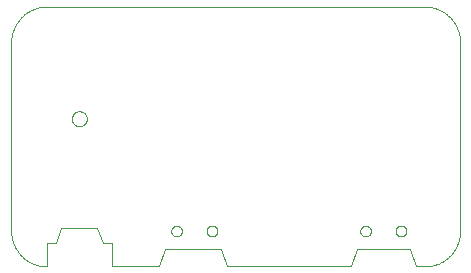
<source format=gko>
G75*
%MOIN*%
%OFA0B0*%
%FSLAX25Y25*%
%IPPOS*%
%LPD*%
%AMOC8*
5,1,8,0,0,1.08239X$1,22.5*
%
%ADD10C,0.00000*%
D10*
X0013561Y0001750D02*
X0013561Y0009624D01*
X0016514Y0009624D01*
X0018482Y0014545D01*
X0030293Y0014545D01*
X0032262Y0009624D01*
X0035215Y0009624D01*
X0035215Y0001750D01*
X0050963Y0001750D01*
X0052931Y0007656D01*
X0071632Y0007656D01*
X0073600Y0001750D01*
X0114939Y0001750D01*
X0116907Y0007656D01*
X0134624Y0007656D01*
X0136593Y0001750D01*
X0139545Y0001750D01*
X0139830Y0001753D01*
X0140116Y0001764D01*
X0140401Y0001781D01*
X0140685Y0001805D01*
X0140969Y0001836D01*
X0141252Y0001874D01*
X0141533Y0001919D01*
X0141814Y0001970D01*
X0142094Y0002028D01*
X0142372Y0002093D01*
X0142648Y0002165D01*
X0142922Y0002243D01*
X0143195Y0002328D01*
X0143465Y0002420D01*
X0143733Y0002518D01*
X0143999Y0002622D01*
X0144262Y0002733D01*
X0144522Y0002850D01*
X0144780Y0002973D01*
X0145034Y0003103D01*
X0145285Y0003239D01*
X0145533Y0003380D01*
X0145777Y0003528D01*
X0146018Y0003681D01*
X0146254Y0003841D01*
X0146487Y0004006D01*
X0146716Y0004176D01*
X0146941Y0004352D01*
X0147161Y0004534D01*
X0147377Y0004720D01*
X0147588Y0004912D01*
X0147795Y0005109D01*
X0147997Y0005311D01*
X0148194Y0005518D01*
X0148386Y0005729D01*
X0148572Y0005945D01*
X0148754Y0006165D01*
X0148930Y0006390D01*
X0149100Y0006619D01*
X0149265Y0006852D01*
X0149425Y0007088D01*
X0149578Y0007329D01*
X0149726Y0007573D01*
X0149867Y0007821D01*
X0150003Y0008072D01*
X0150133Y0008326D01*
X0150256Y0008584D01*
X0150373Y0008844D01*
X0150484Y0009107D01*
X0150588Y0009373D01*
X0150686Y0009641D01*
X0150778Y0009911D01*
X0150863Y0010184D01*
X0150941Y0010458D01*
X0151013Y0010734D01*
X0151078Y0011012D01*
X0151136Y0011292D01*
X0151187Y0011573D01*
X0151232Y0011854D01*
X0151270Y0012137D01*
X0151301Y0012421D01*
X0151325Y0012705D01*
X0151342Y0012990D01*
X0151353Y0013276D01*
X0151356Y0013561D01*
X0151356Y0076553D01*
X0151353Y0076838D01*
X0151342Y0077124D01*
X0151325Y0077409D01*
X0151301Y0077693D01*
X0151270Y0077977D01*
X0151232Y0078260D01*
X0151187Y0078541D01*
X0151136Y0078822D01*
X0151078Y0079102D01*
X0151013Y0079380D01*
X0150941Y0079656D01*
X0150863Y0079930D01*
X0150778Y0080203D01*
X0150686Y0080473D01*
X0150588Y0080741D01*
X0150484Y0081007D01*
X0150373Y0081270D01*
X0150256Y0081530D01*
X0150133Y0081788D01*
X0150003Y0082042D01*
X0149867Y0082293D01*
X0149726Y0082541D01*
X0149578Y0082785D01*
X0149425Y0083026D01*
X0149265Y0083262D01*
X0149100Y0083495D01*
X0148930Y0083724D01*
X0148754Y0083949D01*
X0148572Y0084169D01*
X0148386Y0084385D01*
X0148194Y0084596D01*
X0147997Y0084803D01*
X0147795Y0085005D01*
X0147588Y0085202D01*
X0147377Y0085394D01*
X0147161Y0085580D01*
X0146941Y0085762D01*
X0146716Y0085938D01*
X0146487Y0086108D01*
X0146254Y0086273D01*
X0146018Y0086433D01*
X0145777Y0086586D01*
X0145533Y0086734D01*
X0145285Y0086875D01*
X0145034Y0087011D01*
X0144780Y0087141D01*
X0144522Y0087264D01*
X0144262Y0087381D01*
X0143999Y0087492D01*
X0143733Y0087596D01*
X0143465Y0087694D01*
X0143195Y0087786D01*
X0142922Y0087871D01*
X0142648Y0087949D01*
X0142372Y0088021D01*
X0142094Y0088086D01*
X0141814Y0088144D01*
X0141533Y0088195D01*
X0141252Y0088240D01*
X0140969Y0088278D01*
X0140685Y0088309D01*
X0140401Y0088333D01*
X0140116Y0088350D01*
X0139830Y0088361D01*
X0139545Y0088364D01*
X0013561Y0088364D01*
X0013276Y0088361D01*
X0012990Y0088350D01*
X0012705Y0088333D01*
X0012421Y0088309D01*
X0012137Y0088278D01*
X0011854Y0088240D01*
X0011573Y0088195D01*
X0011292Y0088144D01*
X0011012Y0088086D01*
X0010734Y0088021D01*
X0010458Y0087949D01*
X0010184Y0087871D01*
X0009911Y0087786D01*
X0009641Y0087694D01*
X0009373Y0087596D01*
X0009107Y0087492D01*
X0008844Y0087381D01*
X0008584Y0087264D01*
X0008326Y0087141D01*
X0008072Y0087011D01*
X0007821Y0086875D01*
X0007573Y0086734D01*
X0007329Y0086586D01*
X0007088Y0086433D01*
X0006852Y0086273D01*
X0006619Y0086108D01*
X0006390Y0085938D01*
X0006165Y0085762D01*
X0005945Y0085580D01*
X0005729Y0085394D01*
X0005518Y0085202D01*
X0005311Y0085005D01*
X0005109Y0084803D01*
X0004912Y0084596D01*
X0004720Y0084385D01*
X0004534Y0084169D01*
X0004352Y0083949D01*
X0004176Y0083724D01*
X0004006Y0083495D01*
X0003841Y0083262D01*
X0003681Y0083026D01*
X0003528Y0082785D01*
X0003380Y0082541D01*
X0003239Y0082293D01*
X0003103Y0082042D01*
X0002973Y0081788D01*
X0002850Y0081530D01*
X0002733Y0081270D01*
X0002622Y0081007D01*
X0002518Y0080741D01*
X0002420Y0080473D01*
X0002328Y0080203D01*
X0002243Y0079930D01*
X0002165Y0079656D01*
X0002093Y0079380D01*
X0002028Y0079102D01*
X0001970Y0078822D01*
X0001919Y0078541D01*
X0001874Y0078260D01*
X0001836Y0077977D01*
X0001805Y0077693D01*
X0001781Y0077409D01*
X0001764Y0077124D01*
X0001753Y0076838D01*
X0001750Y0076553D01*
X0001750Y0013561D01*
X0001753Y0013276D01*
X0001764Y0012990D01*
X0001781Y0012705D01*
X0001805Y0012421D01*
X0001836Y0012137D01*
X0001874Y0011854D01*
X0001919Y0011573D01*
X0001970Y0011292D01*
X0002028Y0011012D01*
X0002093Y0010734D01*
X0002165Y0010458D01*
X0002243Y0010184D01*
X0002328Y0009911D01*
X0002420Y0009641D01*
X0002518Y0009373D01*
X0002622Y0009107D01*
X0002733Y0008844D01*
X0002850Y0008584D01*
X0002973Y0008326D01*
X0003103Y0008072D01*
X0003239Y0007821D01*
X0003380Y0007573D01*
X0003528Y0007329D01*
X0003681Y0007088D01*
X0003841Y0006852D01*
X0004006Y0006619D01*
X0004176Y0006390D01*
X0004352Y0006165D01*
X0004534Y0005945D01*
X0004720Y0005729D01*
X0004912Y0005518D01*
X0005109Y0005311D01*
X0005311Y0005109D01*
X0005518Y0004912D01*
X0005729Y0004720D01*
X0005945Y0004534D01*
X0006165Y0004352D01*
X0006390Y0004176D01*
X0006619Y0004006D01*
X0006852Y0003841D01*
X0007088Y0003681D01*
X0007329Y0003528D01*
X0007573Y0003380D01*
X0007821Y0003239D01*
X0008072Y0003103D01*
X0008326Y0002973D01*
X0008584Y0002850D01*
X0008844Y0002733D01*
X0009107Y0002622D01*
X0009373Y0002518D01*
X0009641Y0002420D01*
X0009911Y0002328D01*
X0010184Y0002243D01*
X0010458Y0002165D01*
X0010734Y0002093D01*
X0011012Y0002028D01*
X0011292Y0001970D01*
X0011573Y0001919D01*
X0011854Y0001874D01*
X0012137Y0001836D01*
X0012421Y0001805D01*
X0012705Y0001781D01*
X0012990Y0001764D01*
X0013276Y0001753D01*
X0013561Y0001750D01*
X0055096Y0013561D02*
X0055098Y0013645D01*
X0055104Y0013728D01*
X0055114Y0013811D01*
X0055128Y0013894D01*
X0055145Y0013976D01*
X0055167Y0014057D01*
X0055192Y0014136D01*
X0055221Y0014215D01*
X0055254Y0014292D01*
X0055290Y0014367D01*
X0055330Y0014441D01*
X0055373Y0014513D01*
X0055420Y0014582D01*
X0055470Y0014649D01*
X0055523Y0014714D01*
X0055579Y0014776D01*
X0055637Y0014836D01*
X0055699Y0014893D01*
X0055763Y0014946D01*
X0055830Y0014997D01*
X0055899Y0015044D01*
X0055970Y0015089D01*
X0056043Y0015129D01*
X0056118Y0015166D01*
X0056195Y0015200D01*
X0056273Y0015230D01*
X0056352Y0015256D01*
X0056433Y0015279D01*
X0056515Y0015297D01*
X0056597Y0015312D01*
X0056680Y0015323D01*
X0056763Y0015330D01*
X0056847Y0015333D01*
X0056931Y0015332D01*
X0057014Y0015327D01*
X0057098Y0015318D01*
X0057180Y0015305D01*
X0057262Y0015289D01*
X0057343Y0015268D01*
X0057424Y0015244D01*
X0057502Y0015216D01*
X0057580Y0015184D01*
X0057656Y0015148D01*
X0057730Y0015109D01*
X0057802Y0015067D01*
X0057872Y0015021D01*
X0057940Y0014972D01*
X0058005Y0014920D01*
X0058068Y0014865D01*
X0058128Y0014807D01*
X0058186Y0014746D01*
X0058240Y0014682D01*
X0058292Y0014616D01*
X0058340Y0014548D01*
X0058385Y0014477D01*
X0058426Y0014404D01*
X0058465Y0014330D01*
X0058499Y0014254D01*
X0058530Y0014176D01*
X0058557Y0014097D01*
X0058581Y0014016D01*
X0058600Y0013935D01*
X0058616Y0013853D01*
X0058628Y0013770D01*
X0058636Y0013686D01*
X0058640Y0013603D01*
X0058640Y0013519D01*
X0058636Y0013436D01*
X0058628Y0013352D01*
X0058616Y0013269D01*
X0058600Y0013187D01*
X0058581Y0013106D01*
X0058557Y0013025D01*
X0058530Y0012946D01*
X0058499Y0012868D01*
X0058465Y0012792D01*
X0058426Y0012718D01*
X0058385Y0012645D01*
X0058340Y0012574D01*
X0058292Y0012506D01*
X0058240Y0012440D01*
X0058186Y0012376D01*
X0058128Y0012315D01*
X0058068Y0012257D01*
X0058005Y0012202D01*
X0057940Y0012150D01*
X0057872Y0012101D01*
X0057802Y0012055D01*
X0057730Y0012013D01*
X0057656Y0011974D01*
X0057580Y0011938D01*
X0057502Y0011906D01*
X0057424Y0011878D01*
X0057343Y0011854D01*
X0057262Y0011833D01*
X0057180Y0011817D01*
X0057098Y0011804D01*
X0057014Y0011795D01*
X0056931Y0011790D01*
X0056847Y0011789D01*
X0056763Y0011792D01*
X0056680Y0011799D01*
X0056597Y0011810D01*
X0056515Y0011825D01*
X0056433Y0011843D01*
X0056352Y0011866D01*
X0056273Y0011892D01*
X0056195Y0011922D01*
X0056118Y0011956D01*
X0056043Y0011993D01*
X0055970Y0012033D01*
X0055899Y0012078D01*
X0055830Y0012125D01*
X0055763Y0012176D01*
X0055699Y0012229D01*
X0055637Y0012286D01*
X0055579Y0012346D01*
X0055523Y0012408D01*
X0055470Y0012473D01*
X0055420Y0012540D01*
X0055373Y0012609D01*
X0055330Y0012681D01*
X0055290Y0012755D01*
X0055254Y0012830D01*
X0055221Y0012907D01*
X0055192Y0012986D01*
X0055167Y0013065D01*
X0055145Y0013146D01*
X0055128Y0013228D01*
X0055114Y0013311D01*
X0055104Y0013394D01*
X0055098Y0013477D01*
X0055096Y0013561D01*
X0066907Y0013561D02*
X0066909Y0013645D01*
X0066915Y0013728D01*
X0066925Y0013811D01*
X0066939Y0013894D01*
X0066956Y0013976D01*
X0066978Y0014057D01*
X0067003Y0014136D01*
X0067032Y0014215D01*
X0067065Y0014292D01*
X0067101Y0014367D01*
X0067141Y0014441D01*
X0067184Y0014513D01*
X0067231Y0014582D01*
X0067281Y0014649D01*
X0067334Y0014714D01*
X0067390Y0014776D01*
X0067448Y0014836D01*
X0067510Y0014893D01*
X0067574Y0014946D01*
X0067641Y0014997D01*
X0067710Y0015044D01*
X0067781Y0015089D01*
X0067854Y0015129D01*
X0067929Y0015166D01*
X0068006Y0015200D01*
X0068084Y0015230D01*
X0068163Y0015256D01*
X0068244Y0015279D01*
X0068326Y0015297D01*
X0068408Y0015312D01*
X0068491Y0015323D01*
X0068574Y0015330D01*
X0068658Y0015333D01*
X0068742Y0015332D01*
X0068825Y0015327D01*
X0068909Y0015318D01*
X0068991Y0015305D01*
X0069073Y0015289D01*
X0069154Y0015268D01*
X0069235Y0015244D01*
X0069313Y0015216D01*
X0069391Y0015184D01*
X0069467Y0015148D01*
X0069541Y0015109D01*
X0069613Y0015067D01*
X0069683Y0015021D01*
X0069751Y0014972D01*
X0069816Y0014920D01*
X0069879Y0014865D01*
X0069939Y0014807D01*
X0069997Y0014746D01*
X0070051Y0014682D01*
X0070103Y0014616D01*
X0070151Y0014548D01*
X0070196Y0014477D01*
X0070237Y0014404D01*
X0070276Y0014330D01*
X0070310Y0014254D01*
X0070341Y0014176D01*
X0070368Y0014097D01*
X0070392Y0014016D01*
X0070411Y0013935D01*
X0070427Y0013853D01*
X0070439Y0013770D01*
X0070447Y0013686D01*
X0070451Y0013603D01*
X0070451Y0013519D01*
X0070447Y0013436D01*
X0070439Y0013352D01*
X0070427Y0013269D01*
X0070411Y0013187D01*
X0070392Y0013106D01*
X0070368Y0013025D01*
X0070341Y0012946D01*
X0070310Y0012868D01*
X0070276Y0012792D01*
X0070237Y0012718D01*
X0070196Y0012645D01*
X0070151Y0012574D01*
X0070103Y0012506D01*
X0070051Y0012440D01*
X0069997Y0012376D01*
X0069939Y0012315D01*
X0069879Y0012257D01*
X0069816Y0012202D01*
X0069751Y0012150D01*
X0069683Y0012101D01*
X0069613Y0012055D01*
X0069541Y0012013D01*
X0069467Y0011974D01*
X0069391Y0011938D01*
X0069313Y0011906D01*
X0069235Y0011878D01*
X0069154Y0011854D01*
X0069073Y0011833D01*
X0068991Y0011817D01*
X0068909Y0011804D01*
X0068825Y0011795D01*
X0068742Y0011790D01*
X0068658Y0011789D01*
X0068574Y0011792D01*
X0068491Y0011799D01*
X0068408Y0011810D01*
X0068326Y0011825D01*
X0068244Y0011843D01*
X0068163Y0011866D01*
X0068084Y0011892D01*
X0068006Y0011922D01*
X0067929Y0011956D01*
X0067854Y0011993D01*
X0067781Y0012033D01*
X0067710Y0012078D01*
X0067641Y0012125D01*
X0067574Y0012176D01*
X0067510Y0012229D01*
X0067448Y0012286D01*
X0067390Y0012346D01*
X0067334Y0012408D01*
X0067281Y0012473D01*
X0067231Y0012540D01*
X0067184Y0012609D01*
X0067141Y0012681D01*
X0067101Y0012755D01*
X0067065Y0012830D01*
X0067032Y0012907D01*
X0067003Y0012986D01*
X0066978Y0013065D01*
X0066956Y0013146D01*
X0066939Y0013228D01*
X0066925Y0013311D01*
X0066915Y0013394D01*
X0066909Y0013477D01*
X0066907Y0013561D01*
X0118088Y0013561D02*
X0118090Y0013645D01*
X0118096Y0013728D01*
X0118106Y0013811D01*
X0118120Y0013894D01*
X0118137Y0013976D01*
X0118159Y0014057D01*
X0118184Y0014136D01*
X0118213Y0014215D01*
X0118246Y0014292D01*
X0118282Y0014367D01*
X0118322Y0014441D01*
X0118365Y0014513D01*
X0118412Y0014582D01*
X0118462Y0014649D01*
X0118515Y0014714D01*
X0118571Y0014776D01*
X0118629Y0014836D01*
X0118691Y0014893D01*
X0118755Y0014946D01*
X0118822Y0014997D01*
X0118891Y0015044D01*
X0118962Y0015089D01*
X0119035Y0015129D01*
X0119110Y0015166D01*
X0119187Y0015200D01*
X0119265Y0015230D01*
X0119344Y0015256D01*
X0119425Y0015279D01*
X0119507Y0015297D01*
X0119589Y0015312D01*
X0119672Y0015323D01*
X0119755Y0015330D01*
X0119839Y0015333D01*
X0119923Y0015332D01*
X0120006Y0015327D01*
X0120090Y0015318D01*
X0120172Y0015305D01*
X0120254Y0015289D01*
X0120335Y0015268D01*
X0120416Y0015244D01*
X0120494Y0015216D01*
X0120572Y0015184D01*
X0120648Y0015148D01*
X0120722Y0015109D01*
X0120794Y0015067D01*
X0120864Y0015021D01*
X0120932Y0014972D01*
X0120997Y0014920D01*
X0121060Y0014865D01*
X0121120Y0014807D01*
X0121178Y0014746D01*
X0121232Y0014682D01*
X0121284Y0014616D01*
X0121332Y0014548D01*
X0121377Y0014477D01*
X0121418Y0014404D01*
X0121457Y0014330D01*
X0121491Y0014254D01*
X0121522Y0014176D01*
X0121549Y0014097D01*
X0121573Y0014016D01*
X0121592Y0013935D01*
X0121608Y0013853D01*
X0121620Y0013770D01*
X0121628Y0013686D01*
X0121632Y0013603D01*
X0121632Y0013519D01*
X0121628Y0013436D01*
X0121620Y0013352D01*
X0121608Y0013269D01*
X0121592Y0013187D01*
X0121573Y0013106D01*
X0121549Y0013025D01*
X0121522Y0012946D01*
X0121491Y0012868D01*
X0121457Y0012792D01*
X0121418Y0012718D01*
X0121377Y0012645D01*
X0121332Y0012574D01*
X0121284Y0012506D01*
X0121232Y0012440D01*
X0121178Y0012376D01*
X0121120Y0012315D01*
X0121060Y0012257D01*
X0120997Y0012202D01*
X0120932Y0012150D01*
X0120864Y0012101D01*
X0120794Y0012055D01*
X0120722Y0012013D01*
X0120648Y0011974D01*
X0120572Y0011938D01*
X0120494Y0011906D01*
X0120416Y0011878D01*
X0120335Y0011854D01*
X0120254Y0011833D01*
X0120172Y0011817D01*
X0120090Y0011804D01*
X0120006Y0011795D01*
X0119923Y0011790D01*
X0119839Y0011789D01*
X0119755Y0011792D01*
X0119672Y0011799D01*
X0119589Y0011810D01*
X0119507Y0011825D01*
X0119425Y0011843D01*
X0119344Y0011866D01*
X0119265Y0011892D01*
X0119187Y0011922D01*
X0119110Y0011956D01*
X0119035Y0011993D01*
X0118962Y0012033D01*
X0118891Y0012078D01*
X0118822Y0012125D01*
X0118755Y0012176D01*
X0118691Y0012229D01*
X0118629Y0012286D01*
X0118571Y0012346D01*
X0118515Y0012408D01*
X0118462Y0012473D01*
X0118412Y0012540D01*
X0118365Y0012609D01*
X0118322Y0012681D01*
X0118282Y0012755D01*
X0118246Y0012830D01*
X0118213Y0012907D01*
X0118184Y0012986D01*
X0118159Y0013065D01*
X0118137Y0013146D01*
X0118120Y0013228D01*
X0118106Y0013311D01*
X0118096Y0013394D01*
X0118090Y0013477D01*
X0118088Y0013561D01*
X0129899Y0013561D02*
X0129901Y0013645D01*
X0129907Y0013728D01*
X0129917Y0013811D01*
X0129931Y0013894D01*
X0129948Y0013976D01*
X0129970Y0014057D01*
X0129995Y0014136D01*
X0130024Y0014215D01*
X0130057Y0014292D01*
X0130093Y0014367D01*
X0130133Y0014441D01*
X0130176Y0014513D01*
X0130223Y0014582D01*
X0130273Y0014649D01*
X0130326Y0014714D01*
X0130382Y0014776D01*
X0130440Y0014836D01*
X0130502Y0014893D01*
X0130566Y0014946D01*
X0130633Y0014997D01*
X0130702Y0015044D01*
X0130773Y0015089D01*
X0130846Y0015129D01*
X0130921Y0015166D01*
X0130998Y0015200D01*
X0131076Y0015230D01*
X0131155Y0015256D01*
X0131236Y0015279D01*
X0131318Y0015297D01*
X0131400Y0015312D01*
X0131483Y0015323D01*
X0131566Y0015330D01*
X0131650Y0015333D01*
X0131734Y0015332D01*
X0131817Y0015327D01*
X0131901Y0015318D01*
X0131983Y0015305D01*
X0132065Y0015289D01*
X0132146Y0015268D01*
X0132227Y0015244D01*
X0132305Y0015216D01*
X0132383Y0015184D01*
X0132459Y0015148D01*
X0132533Y0015109D01*
X0132605Y0015067D01*
X0132675Y0015021D01*
X0132743Y0014972D01*
X0132808Y0014920D01*
X0132871Y0014865D01*
X0132931Y0014807D01*
X0132989Y0014746D01*
X0133043Y0014682D01*
X0133095Y0014616D01*
X0133143Y0014548D01*
X0133188Y0014477D01*
X0133229Y0014404D01*
X0133268Y0014330D01*
X0133302Y0014254D01*
X0133333Y0014176D01*
X0133360Y0014097D01*
X0133384Y0014016D01*
X0133403Y0013935D01*
X0133419Y0013853D01*
X0133431Y0013770D01*
X0133439Y0013686D01*
X0133443Y0013603D01*
X0133443Y0013519D01*
X0133439Y0013436D01*
X0133431Y0013352D01*
X0133419Y0013269D01*
X0133403Y0013187D01*
X0133384Y0013106D01*
X0133360Y0013025D01*
X0133333Y0012946D01*
X0133302Y0012868D01*
X0133268Y0012792D01*
X0133229Y0012718D01*
X0133188Y0012645D01*
X0133143Y0012574D01*
X0133095Y0012506D01*
X0133043Y0012440D01*
X0132989Y0012376D01*
X0132931Y0012315D01*
X0132871Y0012257D01*
X0132808Y0012202D01*
X0132743Y0012150D01*
X0132675Y0012101D01*
X0132605Y0012055D01*
X0132533Y0012013D01*
X0132459Y0011974D01*
X0132383Y0011938D01*
X0132305Y0011906D01*
X0132227Y0011878D01*
X0132146Y0011854D01*
X0132065Y0011833D01*
X0131983Y0011817D01*
X0131901Y0011804D01*
X0131817Y0011795D01*
X0131734Y0011790D01*
X0131650Y0011789D01*
X0131566Y0011792D01*
X0131483Y0011799D01*
X0131400Y0011810D01*
X0131318Y0011825D01*
X0131236Y0011843D01*
X0131155Y0011866D01*
X0131076Y0011892D01*
X0130998Y0011922D01*
X0130921Y0011956D01*
X0130846Y0011993D01*
X0130773Y0012033D01*
X0130702Y0012078D01*
X0130633Y0012125D01*
X0130566Y0012176D01*
X0130502Y0012229D01*
X0130440Y0012286D01*
X0130382Y0012346D01*
X0130326Y0012408D01*
X0130273Y0012473D01*
X0130223Y0012540D01*
X0130176Y0012609D01*
X0130133Y0012681D01*
X0130093Y0012755D01*
X0130057Y0012830D01*
X0130024Y0012907D01*
X0129995Y0012986D01*
X0129970Y0013065D01*
X0129948Y0013146D01*
X0129931Y0013228D01*
X0129917Y0013311D01*
X0129907Y0013394D01*
X0129901Y0013477D01*
X0129899Y0013561D01*
X0021947Y0050994D02*
X0021949Y0051093D01*
X0021955Y0051193D01*
X0021965Y0051292D01*
X0021979Y0051390D01*
X0021996Y0051488D01*
X0022018Y0051585D01*
X0022043Y0051681D01*
X0022072Y0051776D01*
X0022105Y0051870D01*
X0022142Y0051962D01*
X0022182Y0052053D01*
X0022226Y0052142D01*
X0022274Y0052230D01*
X0022325Y0052315D01*
X0022379Y0052398D01*
X0022436Y0052480D01*
X0022497Y0052558D01*
X0022561Y0052635D01*
X0022627Y0052708D01*
X0022697Y0052779D01*
X0022769Y0052847D01*
X0022844Y0052913D01*
X0022922Y0052975D01*
X0023002Y0053034D01*
X0023084Y0053090D01*
X0023168Y0053142D01*
X0023255Y0053191D01*
X0023343Y0053237D01*
X0023433Y0053279D01*
X0023525Y0053318D01*
X0023618Y0053353D01*
X0023712Y0053384D01*
X0023808Y0053411D01*
X0023905Y0053434D01*
X0024002Y0053454D01*
X0024100Y0053470D01*
X0024199Y0053482D01*
X0024298Y0053490D01*
X0024397Y0053494D01*
X0024497Y0053494D01*
X0024596Y0053490D01*
X0024695Y0053482D01*
X0024794Y0053470D01*
X0024892Y0053454D01*
X0024989Y0053434D01*
X0025086Y0053411D01*
X0025182Y0053384D01*
X0025276Y0053353D01*
X0025369Y0053318D01*
X0025461Y0053279D01*
X0025551Y0053237D01*
X0025639Y0053191D01*
X0025726Y0053142D01*
X0025810Y0053090D01*
X0025892Y0053034D01*
X0025972Y0052975D01*
X0026050Y0052913D01*
X0026125Y0052847D01*
X0026197Y0052779D01*
X0026267Y0052708D01*
X0026333Y0052635D01*
X0026397Y0052558D01*
X0026458Y0052480D01*
X0026515Y0052398D01*
X0026569Y0052315D01*
X0026620Y0052230D01*
X0026668Y0052142D01*
X0026712Y0052053D01*
X0026752Y0051962D01*
X0026789Y0051870D01*
X0026822Y0051776D01*
X0026851Y0051681D01*
X0026876Y0051585D01*
X0026898Y0051488D01*
X0026915Y0051390D01*
X0026929Y0051292D01*
X0026939Y0051193D01*
X0026945Y0051093D01*
X0026947Y0050994D01*
X0026945Y0050895D01*
X0026939Y0050795D01*
X0026929Y0050696D01*
X0026915Y0050598D01*
X0026898Y0050500D01*
X0026876Y0050403D01*
X0026851Y0050307D01*
X0026822Y0050212D01*
X0026789Y0050118D01*
X0026752Y0050026D01*
X0026712Y0049935D01*
X0026668Y0049846D01*
X0026620Y0049758D01*
X0026569Y0049673D01*
X0026515Y0049590D01*
X0026458Y0049508D01*
X0026397Y0049430D01*
X0026333Y0049353D01*
X0026267Y0049280D01*
X0026197Y0049209D01*
X0026125Y0049141D01*
X0026050Y0049075D01*
X0025972Y0049013D01*
X0025892Y0048954D01*
X0025810Y0048898D01*
X0025726Y0048846D01*
X0025639Y0048797D01*
X0025551Y0048751D01*
X0025461Y0048709D01*
X0025369Y0048670D01*
X0025276Y0048635D01*
X0025182Y0048604D01*
X0025086Y0048577D01*
X0024989Y0048554D01*
X0024892Y0048534D01*
X0024794Y0048518D01*
X0024695Y0048506D01*
X0024596Y0048498D01*
X0024497Y0048494D01*
X0024397Y0048494D01*
X0024298Y0048498D01*
X0024199Y0048506D01*
X0024100Y0048518D01*
X0024002Y0048534D01*
X0023905Y0048554D01*
X0023808Y0048577D01*
X0023712Y0048604D01*
X0023618Y0048635D01*
X0023525Y0048670D01*
X0023433Y0048709D01*
X0023343Y0048751D01*
X0023255Y0048797D01*
X0023168Y0048846D01*
X0023084Y0048898D01*
X0023002Y0048954D01*
X0022922Y0049013D01*
X0022844Y0049075D01*
X0022769Y0049141D01*
X0022697Y0049209D01*
X0022627Y0049280D01*
X0022561Y0049353D01*
X0022497Y0049430D01*
X0022436Y0049508D01*
X0022379Y0049590D01*
X0022325Y0049673D01*
X0022274Y0049758D01*
X0022226Y0049846D01*
X0022182Y0049935D01*
X0022142Y0050026D01*
X0022105Y0050118D01*
X0022072Y0050212D01*
X0022043Y0050307D01*
X0022018Y0050403D01*
X0021996Y0050500D01*
X0021979Y0050598D01*
X0021965Y0050696D01*
X0021955Y0050795D01*
X0021949Y0050895D01*
X0021947Y0050994D01*
M02*

</source>
